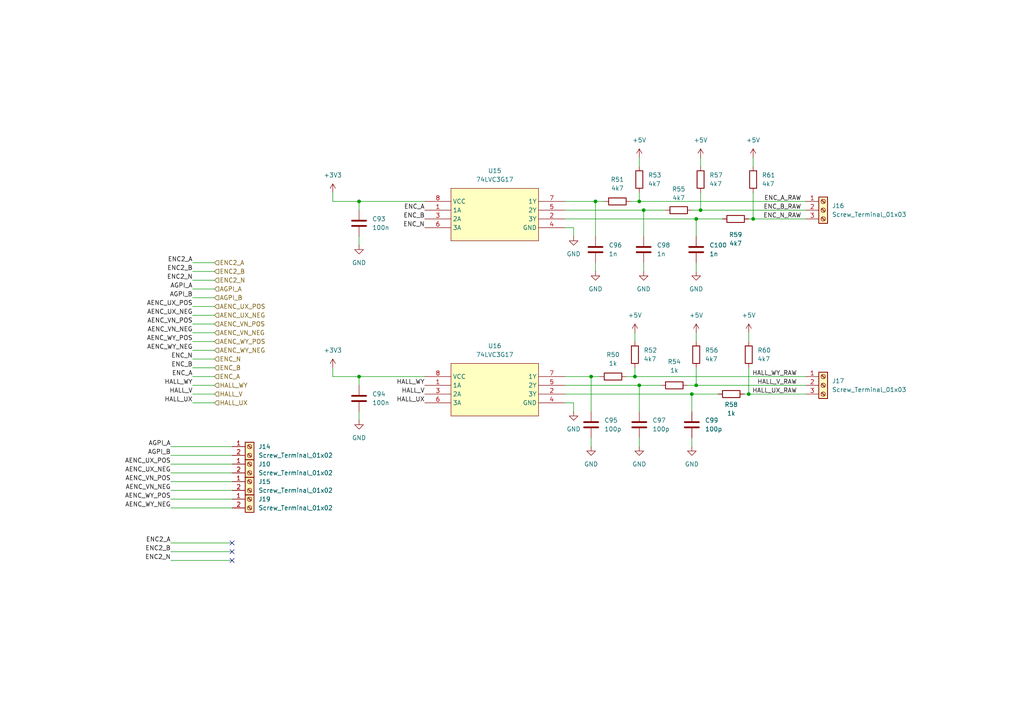
<source format=kicad_sch>
(kicad_sch (version 20231120) (generator "eeschema") (generator_version "8.0")
  (paper "A4")
  (title_block (title "HyperDrive Motor Controller") (rev "Mk. 1") (company "University of Alberta EcoCar Team"))
  (lib_symbols
    (symbol "Connector:Screw_Terminal_01x02" (pin_names (offset 1.016) hide)
      (property "Reference" "J" (at 0 2.54 0))
      (property "Value" "Screw_Terminal_01x02" (at 0 -5.08 0))
      (symbol "Screw_Terminal_01x02_1_1"
        (rectangle (start -1.27 1.27) (end 1.27 -3.81) (stroke (width 0.254)) (fill (type background)))
        (circle (center 0 -2.54) (radius 0.635) (stroke (width 0.1524)))
        (polyline (pts (xy -0.5334 -2.2098) (xy 0.3302 -3.048)) (stroke (width 0.1524)))
        (polyline (pts (xy -0.5334 0.3302) (xy 0.3302 -0.508)) (stroke (width 0.1524)))
        (polyline (pts (xy -0.3556 -2.032) (xy 0.508 -2.8702)) (stroke (width 0.1524)))
        (polyline (pts (xy -0.3556 0.508) (xy 0.508 -0.3302)) (stroke (width 0.1524)))
        (circle (center 0 0) (radius 0.635) (stroke (width 0.1524)))
        (pin passive line (at -5.08 0 0) (length 3.81) (name "Pin_1") (number "1"))
        (pin passive line (at -5.08 -2.54 0) (length 3.81) (name "Pin_2") (number "2"))
      )
    )
    (symbol "Connector:Screw_Terminal_01x03" (pin_names (offset 1.016) hide)
      (property "Reference" "J" (at 0 5.08 0))
      (property "Value" "Screw_Terminal_01x03" (at 0 -5.08 0))
      (symbol "Screw_Terminal_01x03_1_1"
        (rectangle (start -1.27 3.81) (end 1.27 -3.81) (stroke (width 0.254)) (fill (type background)))
        (circle (center 0 -2.54) (radius 0.635) (stroke (width 0.1524)))
        (polyline (pts (xy -0.5334 -2.2098) (xy 0.3302 -3.048)) (stroke (width 0.1524)))
        (polyline (pts (xy -0.5334 0.3302) (xy 0.3302 -0.508)) (stroke (width 0.1524)))
        (polyline (pts (xy -0.5334 2.8702) (xy 0.3302 2.032)) (stroke (width 0.1524)))
        (polyline (pts (xy -0.3556 -2.032) (xy 0.508 -2.8702)) (stroke (width 0.1524)))
        (polyline (pts (xy -0.3556 0.508) (xy 0.508 -0.3302)) (stroke (width 0.1524)))
        (polyline (pts (xy -0.3556 3.048) (xy 0.508 2.2098)) (stroke (width 0.1524)))
        (circle (center 0 0) (radius 0.635) (stroke (width 0.1524)))
        (circle (center 0 2.54) (radius 0.635) (stroke (width 0.1524)))
        (pin passive line (at -5.08 2.54 0) (length 3.81) (name "Pin_1") (number "1"))
        (pin passive line (at -5.08 0 0) (length 3.81) (name "Pin_2") (number "2"))
        (pin passive line (at -5.08 -2.54 0) (length 3.81) (name "Pin_3") (number "3"))
      )
    )
    (symbol "Device:C" (pin_numbers hide) (pin_names (offset 0.254))
      (property "Reference" "C" (at 0.635 2.54 0))
      (property "Value" "C" (at 0.635 -2.54 0))
      (symbol "C_0_1"
        (polyline (pts (xy -2.032 -0.762) (xy 2.032 -0.762)) (stroke (width 0.508)))
        (polyline (pts (xy -2.032 0.762) (xy 2.032 0.762)) (stroke (width 0.508)))
      )
      (symbol "C_1_1"
        (pin passive line (at 0 3.81 270) (length 2.794) (name "~") (number "1"))
        (pin passive line (at 0 -3.81 90) (length 2.794) (name "~") (number "2"))
      )
    )
    (symbol "Device:R" (pin_numbers hide) (pin_names (offset 0))
      (property "Reference" "R" (at 2.032 0 90))
      (property "Value" "R" (at 0 0 90))
      (symbol "R_0_1"
        (rectangle (start -1.016 -2.54) (end 1.016 2.54) (stroke (width 0.254)))
      )
      (symbol "R_1_1"
        (pin passive line (at 0 3.81 270) (length 1.27) (name "~") (number "1"))
        (pin passive line (at 0 -3.81 90) (length 1.27) (name "~") (number "2"))
      )
    )
    (symbol "Motor Controller:74LVC3G17"
      (property "Reference" "U" (at 0 6.604 0))
      (property "Value" "74LVC3G17" (at 0 0 0))
      (symbol "74LVC3G17_1_1"
        (rectangle (start -12.7 5.08) (end 12.7 -10.16) (fill (type background)))
        (pin input line (at -20.32 -1.27 0) (length 7.62) (name "1A") (number "1"))
        (pin input line (at 20.32 -3.81 180) (length 7.62) (name "3Y") (number "2"))
        (pin input line (at -20.32 -3.81 0) (length 7.62) (name "2A") (number "3"))
        (pin input line (at 20.32 -6.35 180) (length 7.62) (name "GND") (number "4"))
        (pin input line (at 20.32 -1.27 180) (length 7.62) (name "2Y") (number "5"))
        (pin input line (at -20.32 -6.35 0) (length 7.62) (name "3A") (number "6"))
        (pin input line (at 20.32 1.27 180) (length 7.62) (name "1Y") (number "7"))
        (pin input line (at -20.32 1.27 0) (length 7.62) (name "VCC") (number "8"))
      )
    )
    (symbol "power:+3V3" (power) (pin_numbers hide) (pin_names (offset 0) hide)
      (property "Value" "+3V3" (at 0 3.556 0))
      (symbol "+3V3_0_1"
        (polyline (pts (xy -0.762 1.27) (xy 0 2.54)))
        (polyline (pts (xy 0 0) (xy 0 2.54)))
        (polyline (pts (xy 0 2.54) (xy 0.762 1.27)))
      )
      (symbol "+3V3_1_1"
        (pin power_in line (at 0 0 90) (length 0) (name "~") (number "1"))
      )
    )
    (symbol "power:+5V" (power) (pin_numbers hide) (pin_names (offset 0) hide)
      (property "Value" "+5V" (at 0 3.556 0))
      (symbol "+5V_0_1"
        (polyline (pts (xy -0.762 1.27) (xy 0 2.54)))
        (polyline (pts (xy 0 0) (xy 0 2.54)))
        (polyline (pts (xy 0 2.54) (xy 0.762 1.27)))
      )
      (symbol "+5V_1_1"
        (pin power_in line (at 0 0 90) (length 0) (name "~") (number "1"))
      )
    )
    (symbol "power:GND" (power) (pin_numbers hide) (pin_names (offset 0) hide)
      (property "Value" "GND" (at 0 -3.81 0))
      (symbol "GND_0_1"
        (polyline (pts (xy 0 0) (xy 0 -1.27) (xy 1.27 -1.27) (xy 0 -2.54) (xy -1.27 -1.27) (xy 0 -1.27)))
      )
      (symbol "GND_1_1"
        (pin power_in line (at 0 0 270) (length 0) (name "~") (number "1"))
      )
    )
  )
  (junction (at 186.69 60.96))
  (junction (at 218.44 63.5))
  (junction (at 184.15 109.22))
  (junction (at 200.66 114.3))
  (junction (at 201.93 63.5))
  (junction (at 201.93 111.76))
  (junction (at 185.42 111.76))
  (junction (at 203.2 60.96))
  (junction (at 104.14 109.22))
  (junction (at 171.45 109.22))
  (junction (at 104.14 58.42))
  (junction (at 185.42 58.42))
  (junction (at 172.72 58.42))
  (junction (at 217.17 114.3))
  (no_connect (at 67.31 160.02))
  (no_connect (at 67.31 157.48))
  (no_connect (at 67.31 162.56))
  (wire (pts (xy 199.39 111.76) (xy 201.93 111.76)))
  (wire (pts (xy 218.44 55.88) (xy 218.44 63.5)))
  (wire (pts (xy 55.88 109.22) (xy 62.23 109.22)))
  (wire (pts (xy 172.72 76.2) (xy 172.72 78.74)))
  (wire (pts (xy 55.88 83.82) (xy 62.23 83.82)))
  (wire (pts (xy 55.88 96.52) (xy 62.23 96.52)))
  (wire (pts (xy 200.66 114.3) (xy 208.28 114.3)))
  (wire (pts (xy 201.93 96.52) (xy 201.93 99.06)))
  (wire (pts (xy 96.52 106.68) (xy 96.52 109.22)))
  (wire (pts (xy 55.88 88.9) (xy 62.23 88.9)))
  (wire (pts (xy 67.31 137.16) (xy 49.53 137.16)))
  (wire (pts (xy 217.17 114.3) (xy 233.68 114.3)))
  (wire (pts (xy 186.69 68.58) (xy 186.69 60.96)))
  (wire (pts (xy 67.31 142.24) (xy 49.53 142.24)))
  (wire (pts (xy 201.93 106.68) (xy 201.93 111.76)))
  (wire (pts (xy 55.88 76.2) (xy 62.23 76.2)))
  (wire (pts (xy 181.61 109.22) (xy 184.15 109.22)))
  (wire (pts (xy 55.88 116.84) (xy 62.23 116.84)))
  (wire (pts (xy 104.14 68.58) (xy 104.14 71.12)))
  (wire (pts (xy 163.83 58.42) (xy 172.72 58.42)))
  (wire (pts (xy 203.2 60.96) (xy 233.68 60.96)))
  (wire (pts (xy 166.37 119.38) (xy 166.37 116.84)))
  (wire (pts (xy 55.88 93.98) (xy 62.23 93.98)))
  (wire (pts (xy 96.52 58.42) (xy 104.14 58.42)))
  (wire (pts (xy 96.52 109.22) (xy 104.14 109.22)))
  (wire (pts (xy 55.88 86.36) (xy 62.23 86.36)))
  (wire (pts (xy 201.93 76.2) (xy 201.93 78.74)))
  (wire (pts (xy 166.37 68.58) (xy 166.37 66.04)))
  (wire (pts (xy 67.31 129.54) (xy 49.53 129.54)))
  (wire (pts (xy 67.31 132.08) (xy 49.53 132.08)))
  (wire (pts (xy 184.15 96.52) (xy 184.15 99.06)))
  (wire (pts (xy 166.37 116.84) (xy 163.83 116.84)))
  (wire (pts (xy 163.83 60.96) (xy 186.69 60.96)))
  (wire (pts (xy 172.72 58.42) (xy 175.26 58.42)))
  (wire (pts (xy 185.42 58.42) (xy 233.68 58.42)))
  (wire (pts (xy 67.31 147.32) (xy 49.53 147.32)))
  (wire (pts (xy 201.93 63.5) (xy 201.93 68.58)))
  (wire (pts (xy 55.88 111.76) (xy 62.23 111.76)))
  (wire (pts (xy 55.88 104.14) (xy 62.23 104.14)))
  (wire (pts (xy 200.66 60.96) (xy 203.2 60.96)))
  (wire (pts (xy 172.72 58.42) (xy 172.72 68.58)))
  (wire (pts (xy 171.45 109.22) (xy 171.45 119.38)))
  (wire (pts (xy 104.14 58.42) (xy 123.19 58.42)))
  (wire (pts (xy 163.83 63.5) (xy 201.93 63.5)))
  (wire (pts (xy 184.15 109.22) (xy 233.68 109.22)))
  (wire (pts (xy 171.45 109.22) (xy 173.99 109.22)))
  (wire (pts (xy 104.14 119.38) (xy 104.14 121.92)))
  (wire (pts (xy 67.31 157.48) (xy 49.53 157.48)))
  (wire (pts (xy 215.9 114.3) (xy 217.17 114.3)))
  (wire (pts (xy 55.88 99.06) (xy 62.23 99.06)))
  (wire (pts (xy 184.15 106.68) (xy 184.15 109.22)))
  (wire (pts (xy 218.44 63.5) (xy 233.68 63.5)))
  (wire (pts (xy 217.17 63.5) (xy 218.44 63.5)))
  (wire (pts (xy 55.88 78.74) (xy 62.23 78.74)))
  (wire (pts (xy 166.37 66.04) (xy 163.83 66.04)))
  (wire (pts (xy 67.31 134.62) (xy 49.53 134.62)))
  (wire (pts (xy 67.31 162.56) (xy 49.53 162.56)))
  (wire (pts (xy 186.69 60.96) (xy 193.04 60.96)))
  (wire (pts (xy 200.66 127) (xy 200.66 129.54)))
  (wire (pts (xy 200.66 114.3) (xy 200.66 119.38)))
  (wire (pts (xy 55.88 114.3) (xy 62.23 114.3)))
  (wire (pts (xy 67.31 139.7) (xy 49.53 139.7)))
  (wire (pts (xy 218.44 45.72) (xy 218.44 48.26)))
  (wire (pts (xy 186.69 76.2) (xy 186.69 78.74)))
  (wire (pts (xy 185.42 127) (xy 185.42 129.54)))
  (wire (pts (xy 55.88 101.6) (xy 62.23 101.6)))
  (wire (pts (xy 163.83 114.3) (xy 200.66 114.3)))
  (wire (pts (xy 203.2 55.88) (xy 203.2 60.96)))
  (wire (pts (xy 203.2 45.72) (xy 203.2 48.26)))
  (wire (pts (xy 185.42 45.72) (xy 185.42 48.26)))
  (wire (pts (xy 182.88 58.42) (xy 185.42 58.42)))
  (wire (pts (xy 163.83 109.22) (xy 171.45 109.22)))
  (wire (pts (xy 104.14 109.22) (xy 123.19 109.22)))
  (wire (pts (xy 217.17 106.68) (xy 217.17 114.3)))
  (wire (pts (xy 185.42 111.76) (xy 191.77 111.76)))
  (wire (pts (xy 185.42 55.88) (xy 185.42 58.42)))
  (wire (pts (xy 104.14 58.42) (xy 104.14 60.96)))
  (wire (pts (xy 185.42 119.38) (xy 185.42 111.76)))
  (wire (pts (xy 201.93 63.5) (xy 209.55 63.5)))
  (wire (pts (xy 55.88 91.44) (xy 62.23 91.44)))
  (wire (pts (xy 55.88 106.68) (xy 62.23 106.68)))
  (wire (pts (xy 217.17 96.52) (xy 217.17 99.06)))
  (wire (pts (xy 67.31 160.02) (xy 49.53 160.02)))
  (wire (pts (xy 67.31 144.78) (xy 49.53 144.78)))
  (wire (pts (xy 171.45 127) (xy 171.45 129.54)))
  (wire (pts (xy 201.93 111.76) (xy 233.68 111.76)))
  (wire (pts (xy 163.83 111.76) (xy 185.42 111.76)))
  (wire (pts (xy 96.52 55.88) (xy 96.52 58.42)))
  (wire (pts (xy 55.88 81.28) (xy 62.23 81.28)))
  (wire (pts (xy 104.14 111.76) (xy 104.14 109.22)))
  (label "ENC2_A" (at 49.53 157.48 180))
  (label "AENC_WY_NEG" (at 55.88 101.6 180))
  (label "AENC_WY_POS" (at 55.88 99.06 180))
  (label "AENC_UX_POS" (at 49.53 134.62 180))
  (label "ENC_A_RAW" (at 232.41 58.42 180))
  (label "AGPI_B" (at 55.88 86.36 180))
  (label "HALL_UX" (at 55.88 116.84 180))
  (label "AENC_VN_NEG" (at 55.88 96.52 180))
  (label "AENC_VN_POS" (at 55.88 93.98 180))
  (label "ENC_B" (at 123.19 63.5 180))
  (label "ENC_B" (at 55.88 106.68 180))
  (label "HALL_WY" (at 55.88 111.76 180))
  (label "ENC2_B" (at 49.53 160.02 180))
  (label "AENC_WY_POS" (at 49.53 144.78 180))
  (label "ENC_B_RAW" (at 232.41 60.96 180))
  (label "ENC_A" (at 123.19 60.96 180))
  (label "ENC_N" (at 123.19 66.04 180))
  (label "ENC_N" (at 55.88 104.14 180))
  (label "ENC2_A" (at 55.88 76.2 180))
  (label "ENC_N_RAW" (at 232.41 63.5 180))
  (label "HALL_UX" (at 123.19 116.84 180))
  (label "AENC_UX_NEG" (at 49.53 137.16 180))
  (label "ENC2_N" (at 49.53 162.56 180))
  (label "HALL_V_RAW" (at 231.14 111.76 180))
  (label "AENC_VN_POS" (at 49.53 139.7 180))
  (label "AGPI_A" (at 55.88 83.82 180))
  (label "AENC_VN_NEG" (at 49.53 142.24 180))
  (label "AENC_UX_POS" (at 55.88 88.9 180))
  (label "HALL_WY" (at 123.19 111.76 180))
  (label "HALL_V" (at 55.88 114.3 180))
  (label "AENC_UX_NEG" (at 55.88 91.44 180))
  (label "HALL_V" (at 123.19 114.3 180))
  (label "ENC2_B" (at 55.88 78.74 180))
  (label "HALL_UX_RAW" (at 231.14 114.3 180))
  (label "HALL_WY_RAW" (at 231.14 109.22 180))
  (label "AENC_WY_NEG" (at 49.53 147.32 180))
  (label "AGPI_A" (at 49.53 129.54 180))
  (label "AGPI_B" (at 49.53 132.08 180))
  (label "ENC2_N" (at 55.88 81.28 180))
  (label "ENC_A" (at 55.88 109.22 180))
  (hierarchical_label "AENC_UX_POS" (shape input) (at 62.23 88.9 0))
  (hierarchical_label "ENC2_A" (shape input) (at 62.23 76.2 0))
  (hierarchical_label "AENC_VN_NEG" (shape input) (at 62.23 96.52 0))
  (hierarchical_label "HALL_V" (shape input) (at 62.23 114.3 0))
  (hierarchical_label "ENC2_N" (shape input) (at 62.23 81.28 0))
  (hierarchical_label "ENC2_B" (shape input) (at 62.23 78.74 0))
  (hierarchical_label "AGPI_B" (shape input) (at 62.23 86.36 0))
  (hierarchical_label "AENC_WY_POS" (shape input) (at 62.23 99.06 0))
  (hierarchical_label "AGPI_A" (shape input) (at 62.23 83.82 0))
  (hierarchical_label "HALL_WY" (shape input) (at 62.23 111.76 0))
  (hierarchical_label "HALL_UX" (shape input) (at 62.23 116.84 0))
  (hierarchical_label "ENC_A" (shape input) (at 62.23 109.22 0))
  (hierarchical_label "AENC_VN_POS" (shape input) (at 62.23 93.98 0))
  (hierarchical_label "ENC_N" (shape input) (at 62.23 104.14 0))
  (hierarchical_label "AENC_WY_NEG" (shape input) (at 62.23 101.6 0))
  (hierarchical_label "AENC_UX_NEG" (shape input) (at 62.23 91.44 0))
  (hierarchical_label "ENC_B" (shape input) (at 62.23 106.68 0))
  (symbol (lib_id "Device:C") (at 200.66 123.19 0) (unit 1)
    (property "Reference" "C99" (at 204.47 121.9199 0) (effects (justify left)))
    (property "Value" "100p" (at 204.47 124.4599 0) (effects (justify left)))
    (property "Footprint" "Capacitor_SMD:C_0603_1608Metric" (effects (hide yes)))
    (property "Description" "Unpolarized capacitor" (effects (hide yes)))
  )
  (symbol (lib_id "power:GND") (at 166.37 119.38 0) (unit 1)
    (property "Reference" "#PWR0145" (effects (hide yes)))
    (property "Value" "GND" (at 166.37 124.46 0))
    (property "Description" "Power symbol creates a global label with name \"GND\" , ground" (effects (hide yes)))
  )
  (symbol (lib_id "power:+5V") (at 217.17 96.52 0) (unit 1)
    (property "Reference" "#PWR0156" (effects (hide yes)))
    (property "Value" "+5V" (at 217.17 91.44 0))
    (property "Description" "Power symbol creates a global label with name \"+5V\"" (effects (hide yes)))
  )
  (symbol (lib_id "power:GND") (at 200.66 129.54 0) (unit 1)
    (property "Reference" "#PWR0152" (effects (hide yes)))
    (property "Value" "GND" (at 200.66 134.62 0))
    (property "Description" "Power symbol creates a global label with name \"GND\" , ground" (effects (hide yes)))
  )
  (symbol (lib_id "Device:R") (at 218.44 52.07 180) (unit 1)
    (property "Reference" "R61" (at 220.98 50.7999 0) (effects (justify right)))
    (property "Value" "4k7" (at 220.98 53.3399 0) (effects (justify right)))
    (property "Footprint" "Resistor_SMD:R_0603_1608Metric" (effects (hide yes)))
    (property "Description" "Resistor" (effects (hide yes)))
  )
  (symbol (lib_id "Device:R") (at 203.2 52.07 180) (unit 1)
    (property "Reference" "R57" (at 205.74 50.7999 0) (effects (justify right)))
    (property "Value" "4k7" (at 205.74 53.3399 0) (effects (justify right)))
    (property "Footprint" "Resistor_SMD:R_0603_1608Metric" (effects (hide yes)))
    (property "Description" "Resistor" (effects (hide yes)))
  )
  (symbol (lib_id "Device:R") (at 184.15 102.87 180) (unit 1)
    (property "Reference" "R52" (at 186.69 101.5999 0) (effects (justify right)))
    (property "Value" "4k7" (at 186.69 104.1399 0) (effects (justify right)))
    (property "Footprint" "Resistor_SMD:R_0603_1608Metric" (effects (hide yes)))
    (property "Description" "Resistor" (effects (hide yes)))
  )
  (symbol (lib_id "Device:R") (at 195.58 111.76 90) (unit 1)
    (property "Reference" "R54" (at 195.58 104.902 90))
    (property "Value" "1k" (at 195.58 107.442 90))
    (property "Footprint" "Resistor_SMD:R_0603_1608Metric" (effects (hide yes)))
    (property "Description" "Resistor" (effects (hide yes)))
  )
  (symbol (lib_id "power:GND") (at 185.42 129.54 0) (unit 1)
    (property "Reference" "#PWR0150" (effects (hide yes)))
    (property "Value" "GND" (at 185.42 134.62 0))
    (property "Description" "Power symbol creates a global label with name \"GND\" , ground" (effects (hide yes)))
  )
  (symbol (lib_id "Device:R") (at 185.42 52.07 180) (unit 1)
    (property "Reference" "R53" (at 187.96 50.7999 0) (effects (justify right)))
    (property "Value" "4k7" (at 187.96 53.3399 0) (effects (justify right)))
    (property "Footprint" "Resistor_SMD:R_0603_1608Metric" (effects (hide yes)))
    (property "Description" "Resistor" (effects (hide yes)))
  )
  (symbol (lib_id "power:+3V3") (at 96.52 55.88 0) (unit 1)
    (property "Reference" "#PWR0140" (effects (hide yes)))
    (property "Value" "+3V3" (at 96.52 50.8 0))
    (property "Description" "Power symbol creates a global label with name \"+3V3\"" (effects (hide yes)))
  )
  (symbol (lib_id "power:+5V") (at 184.15 96.52 0) (unit 1)
    (property "Reference" "#PWR0148" (effects (hide yes)))
    (property "Value" "+5V" (at 184.15 91.44 0))
    (property "Description" "Power symbol creates a global label with name \"+5V\"" (effects (hide yes)))
  )
  (symbol (lib_id "Device:C") (at 104.14 64.77 0) (unit 1)
    (property "Reference" "C93" (at 107.95 63.4999 0) (effects (justify left)))
    (property "Value" "100n" (at 107.95 66.0399 0) (effects (justify left)))
    (property "Footprint" "Capacitor_SMD:C_0603_1608Metric" (effects (hide yes)))
    (property "Description" "Unpolarized capacitor" (effects (hide yes)))
  )
  (symbol (lib_id "Device:C") (at 185.42 123.19 0) (unit 1)
    (property "Reference" "C97" (at 189.23 121.9199 0) (effects (justify left)))
    (property "Value" "100p" (at 189.23 124.4599 0) (effects (justify left)))
    (property "Footprint" "Capacitor_SMD:C_0603_1608Metric" (effects (hide yes)))
    (property "Description" "Unpolarized capacitor" (effects (hide yes)))
  )
  (symbol (lib_id "Connector:Screw_Terminal_01x02") (at 72.39 144.78 0) (unit 1)
    (property "Reference" "J19" (at 74.93 144.7799 0) (effects (justify left)))
    (property "Value" "Screw_Terminal_01x02" (at 74.93 147.3199 0) (effects (justify left)))
    (property "Footprint" "TerminalBlock_Phoenix:TerminalBlock_Phoenix_MPT-0,5-2-2.54_1x02_P2.54mm_Horizontal" (effects (hide yes)))
    (property "Description" "Generic screw terminal, single row, 01x02, script generated (kicad-library-utils/schlib/autogen/connector/)" (effects (hide yes)))
  )
  (symbol (lib_id "Motor Controller:74LVC3G17") (at 143.51 110.49 0) (unit 1)
    (property "Reference" "U16" (at 143.51 100.33 0))
    (property "Value" "74LVC3G17" (at 143.51 102.87 0))
    (property "Footprint" "https://assets.nexperia.com/documents/data-sheet/74LVC3G17.pdf" (effects (hide yes)))
  )
  (symbol (lib_id "power:GND") (at 166.37 68.58 0) (unit 1)
    (property "Reference" "#PWR0144" (effects (hide yes)))
    (property "Value" "GND" (at 166.37 73.66 0))
    (property "Description" "Power symbol creates a global label with name \"GND\" , ground" (effects (hide yes)))
  )
  (symbol (lib_id "power:GND") (at 201.93 78.74 0) (unit 1)
    (property "Reference" "#PWR0153" (effects (hide yes)))
    (property "Value" "GND" (at 201.93 83.82 0))
    (property "Description" "Power symbol creates a global label with name \"GND\" , ground" (effects (hide yes)))
  )
  (symbol (lib_id "Device:R") (at 213.36 63.5 90) (unit 1)
    (property "Reference" "R59" (at 213.36 68.072 90))
    (property "Value" "4k7" (at 213.36 70.612 90))
    (property "Footprint" "Resistor_SMD:R_0603_1608Metric" (effects (hide yes)))
    (property "Description" "Resistor" (effects (hide yes)))
  )
  (symbol (lib_id "Device:C") (at 186.69 72.39 0) (unit 1)
    (property "Reference" "C98" (at 190.5 71.1199 0) (effects (justify left)))
    (property "Value" "1n" (at 190.5 73.6599 0) (effects (justify left)))
    (property "Footprint" "Capacitor_SMD:C_0603_1608Metric" (effects (hide yes)))
    (property "Description" "Unpolarized capacitor" (effects (hide yes)))
  )
  (symbol (lib_id "power:+5V") (at 185.42 45.72 0) (unit 1)
    (property "Reference" "#PWR0149" (effects (hide yes)))
    (property "Value" "+5V" (at 185.42 40.64 0))
    (property "Description" "Power symbol creates a global label with name \"+5V\"" (effects (hide yes)))
  )
  (symbol (lib_id "power:+5V") (at 201.93 96.52 0) (unit 1)
    (property "Reference" "#PWR0154" (effects (hide yes)))
    (property "Value" "+5V" (at 201.93 91.44 0))
    (property "Description" "Power symbol creates a global label with name \"+5V\"" (effects (hide yes)))
  )
  (symbol (lib_id "power:GND") (at 171.45 129.54 0) (unit 1)
    (property "Reference" "#PWR0146" (effects (hide yes)))
    (property "Value" "GND" (at 171.45 134.62 0))
    (property "Description" "Power symbol creates a global label with name \"GND\" , ground" (effects (hide yes)))
  )
  (symbol (lib_id "power:GND") (at 186.69 78.74 0) (unit 1)
    (property "Reference" "#PWR0151" (effects (hide yes)))
    (property "Value" "GND" (at 186.69 83.82 0))
    (property "Description" "Power symbol creates a global label with name \"GND\" , ground" (effects (hide yes)))
  )
  (symbol (lib_id "Connector:Screw_Terminal_01x02") (at 72.39 129.54 0) (unit 1)
    (property "Reference" "J14" (at 74.93 129.5399 0) (effects (justify left)))
    (property "Value" "Screw_Terminal_01x02" (at 74.93 132.0799 0) (effects (justify left)))
    (property "Footprint" "TerminalBlock_Phoenix:TerminalBlock_Phoenix_MPT-0,5-2-2.54_1x02_P2.54mm_Horizontal" (effects (hide yes)))
    (property "Description" "Generic screw terminal, single row, 01x02, script generated (kicad-library-utils/schlib/autogen/connector/)" (effects (hide yes)))
  )
  (symbol (lib_id "power:GND") (at 104.14 121.92 0) (unit 1)
    (property "Reference" "#PWR0143" (effects (hide yes)))
    (property "Value" "GND" (at 104.14 127 0))
    (property "Description" "Power symbol creates a global label with name \"GND\" , ground" (effects (hide yes)))
  )
  (symbol (lib_id "Motor Controller:74LVC3G17") (at 143.51 59.69 0) (unit 1)
    (property "Reference" "U15" (at 143.51 49.53 0))
    (property "Value" "74LVC3G17" (at 143.51 52.07 0))
    (property "Footprint" "https://assets.nexperia.com/documents/data-sheet/74LVC3G17.pdf" (effects (hide yes)))
  )
  (symbol (lib_id "Device:R") (at 196.85 60.96 90) (unit 1)
    (property "Reference" "R55" (at 196.85 54.864 90))
    (property "Value" "4k7" (at 196.85 57.404 90))
    (property "Footprint" "Resistor_SMD:R_0603_1608Metric" (effects (hide yes)))
    (property "Description" "Resistor" (effects (hide yes)))
  )
  (symbol (lib_id "Device:C") (at 171.45 123.19 0) (unit 1)
    (property "Reference" "C95" (at 175.26 121.9199 0) (effects (justify left)))
    (property "Value" "100p" (at 175.26 124.4599 0) (effects (justify left)))
    (property "Footprint" "Capacitor_SMD:C_0603_1608Metric" (effects (hide yes)))
    (property "Description" "Unpolarized capacitor" (effects (hide yes)))
  )
  (symbol (lib_id "Device:R") (at 201.93 102.87 180) (unit 1)
    (property "Reference" "R56" (at 204.47 101.5999 0) (effects (justify right)))
    (property "Value" "4k7" (at 204.47 104.1399 0) (effects (justify right)))
    (property "Footprint" "Resistor_SMD:R_0603_1608Metric" (effects (hide yes)))
    (property "Description" "Resistor" (effects (hide yes)))
  )
  (symbol (lib_id "Connector:Screw_Terminal_01x03") (at 238.76 111.76 0) (unit 1)
    (property "Reference" "J17" (at 241.3 110.4899 0) (effects (justify left)))
    (property "Value" "Screw_Terminal_01x03" (at 241.3 113.0299 0) (effects (justify left)))
    (property "Footprint" "TerminalBlock_Phoenix:TerminalBlock_Phoenix_MPT-0,5-2-2.54_1x02_P2.54mm_Horizontal" (effects (hide yes)))
    (property "Description" "Generic screw terminal, single row, 01x03, script generated (kicad-library-utils/schlib/autogen/connector/)" (effects (hide yes)))
  )
  (symbol (lib_id "Device:R") (at 212.09 114.3 90) (unit 1)
    (property "Reference" "R58" (at 212.09 117.348 90))
    (property "Value" "1k" (at 212.09 119.888 90))
    (property "Footprint" "Resistor_SMD:R_0603_1608Metric" (effects (hide yes)))
    (property "Description" "Resistor" (effects (hide yes)))
  )
  (symbol (lib_id "Device:R") (at 217.17 102.87 180) (unit 1)
    (property "Reference" "R60" (at 219.71 101.5999 0) (effects (justify right)))
    (property "Value" "4k7" (at 219.71 104.1399 0) (effects (justify right)))
    (property "Footprint" "Resistor_SMD:R_0603_1608Metric" (effects (hide yes)))
    (property "Description" "Resistor" (effects (hide yes)))
  )
  (symbol (lib_id "Connector:Screw_Terminal_01x02") (at 72.39 139.7 0) (unit 1)
    (property "Reference" "J15" (at 74.93 139.6999 0) (effects (justify left)))
    (property "Value" "Screw_Terminal_01x02" (at 74.93 142.2399 0) (effects (justify left)))
    (property "Footprint" "TerminalBlock_Phoenix:TerminalBlock_Phoenix_MPT-0,5-2-2.54_1x02_P2.54mm_Horizontal" (effects (hide yes)))
    (property "Description" "Generic screw terminal, single row, 01x02, script generated (kicad-library-utils/schlib/autogen/connector/)" (effects (hide yes)))
  )
  (symbol (lib_id "power:GND") (at 172.72 78.74 0) (unit 1)
    (property "Reference" "#PWR0147" (effects (hide yes)))
    (property "Value" "GND" (at 172.72 83.82 0))
    (property "Description" "Power symbol creates a global label with name \"GND\" , ground" (effects (hide yes)))
  )
  (symbol (lib_id "power:+5V") (at 203.2 45.72 0) (unit 1)
    (property "Reference" "#PWR0155" (effects (hide yes)))
    (property "Value" "+5V" (at 203.2 40.64 0))
    (property "Description" "Power symbol creates a global label with name \"+5V\"" (effects (hide yes)))
  )
  (symbol (lib_id "Device:C") (at 172.72 72.39 0) (unit 1)
    (property "Reference" "C96" (at 176.53 71.1199 0) (effects (justify left)))
    (property "Value" "1n" (at 176.53 73.6599 0) (effects (justify left)))
    (property "Footprint" "Capacitor_SMD:C_0603_1608Metric" (effects (hide yes)))
    (property "Description" "Unpolarized capacitor" (effects (hide yes)))
  )
  (symbol (lib_id "Device:C") (at 104.14 115.57 0) (unit 1)
    (property "Reference" "C94" (at 107.95 114.2999 0) (effects (justify left)))
    (property "Value" "100n" (at 107.95 116.8399 0) (effects (justify left)))
    (property "Footprint" "Capacitor_SMD:C_0603_1608Metric" (effects (hide yes)))
    (property "Description" "Unpolarized capacitor" (effects (hide yes)))
  )
  (symbol (lib_id "Device:R") (at 179.07 58.42 90) (unit 1)
    (property "Reference" "R51" (at 179.07 52.07 90))
    (property "Value" "4k7" (at 179.07 54.61 90))
    (property "Footprint" "Resistor_SMD:R_0603_1608Metric" (effects (hide yes)))
    (property "Description" "Resistor" (effects (hide yes)))
  )
  (symbol (lib_id "Connector:Screw_Terminal_01x02") (at 72.39 134.62 0) (unit 1)
    (property "Reference" "J10" (at 74.93 134.6199 0) (effects (justify left)))
    (property "Value" "Screw_Terminal_01x02" (at 74.93 137.1599 0) (effects (justify left)))
    (property "Footprint" "TerminalBlock_Phoenix:TerminalBlock_Phoenix_MPT-0,5-2-2.54_1x02_P2.54mm_Horizontal" (effects (hide yes)))
    (property "Description" "Generic screw terminal, single row, 01x02, script generated (kicad-library-utils/schlib/autogen/connector/)" (effects (hide yes)))
  )
  (symbol (lib_id "power:GND") (at 104.14 71.12 0) (unit 1)
    (property "Reference" "#PWR0142" (effects (hide yes)))
    (property "Value" "GND" (at 104.14 76.2 0))
    (property "Description" "Power symbol creates a global label with name \"GND\" , ground" (effects (hide yes)))
  )
  (symbol (lib_id "Device:R") (at 177.8 109.22 90) (unit 1)
    (property "Reference" "R50" (at 177.8 102.87 90))
    (property "Value" "1k" (at 177.8 105.41 90))
    (property "Footprint" "Resistor_SMD:R_0603_1608Metric" (effects (hide yes)))
    (property "Description" "Resistor" (effects (hide yes)))
  )
  (symbol (lib_id "power:+3V3") (at 96.52 106.68 0) (unit 1)
    (property "Reference" "#PWR0141" (effects (hide yes)))
    (property "Value" "+3V3" (at 96.52 101.6 0))
    (property "Description" "Power symbol creates a global label with name \"+3V3\"" (effects (hide yes)))
  )
  (symbol (lib_id "Connector:Screw_Terminal_01x03") (at 238.76 60.96 0) (unit 1)
    (property "Reference" "J16" (at 241.3 59.6899 0) (effects (justify left)))
    (property "Value" "Screw_Terminal_01x03" (at 241.3 62.2299 0) (effects (justify left)))
    (property "Footprint" "TerminalBlock_Phoenix:TerminalBlock_Phoenix_MPT-0,5-2-2.54_1x02_P2.54mm_Horizontal" (effects (hide yes)))
    (property "Description" "Generic screw terminal, single row, 01x03, script generated (kicad-library-utils/schlib/autogen/connector/)" (effects (hide yes)))
  )
  (symbol (lib_id "Device:C") (at 201.93 72.39 0) (unit 1)
    (property "Reference" "C100" (at 205.74 71.1199 0) (effects (justify left)))
    (property "Value" "1n" (at 205.74 73.6599 0) (effects (justify left)))
    (property "Footprint" "Capacitor_SMD:C_0603_1608Metric" (effects (hide yes)))
    (property "Description" "Unpolarized capacitor" (effects (hide yes)))
  )
  (symbol (lib_id "power:+5V") (at 218.44 45.72 0) (unit 1)
    (property "Reference" "#PWR0157" (effects (hide yes)))
    (property "Value" "+5V" (at 218.44 40.64 0))
    (property "Description" "Power symbol creates a global label with name \"+5V\"" (effects (hide yes)))
  )
)
</source>
